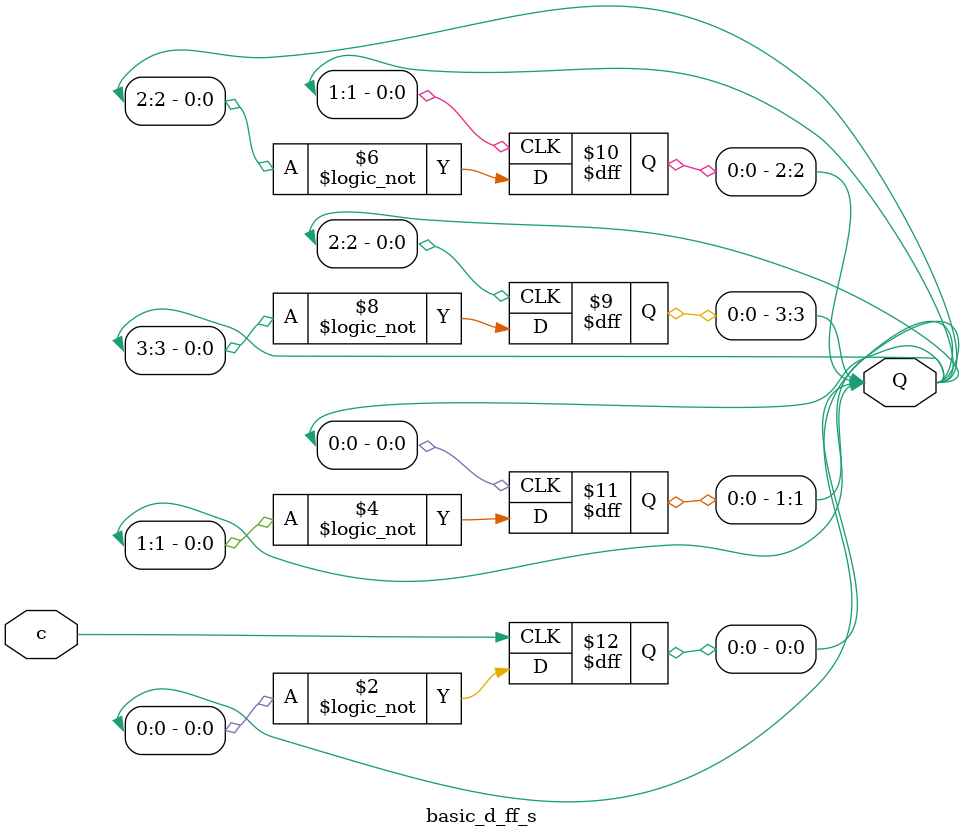
<source format=v>
`timescale 1ns/1ps

module basic_d_ff_s(
        input wire c,
        output reg[3:0] Q
);
      always @( posedge c)begin
            Q[0] <= !Q[0];
      end
      always @( posedge Q[0])begin
            Q[1] <= !Q[1];
      end
      always @( posedge Q[1])begin
            Q[2] <= !Q[2];
      end
      always @( posedge Q[2])begin
            Q[3] <= !Q[3];
      end
endmodule

</source>
